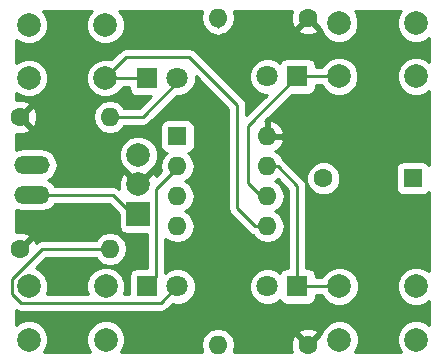
<source format=gbr>
G04 #@! TF.FileFunction,Copper,L2,Bot,Signal*
%FSLAX46Y46*%
G04 Gerber Fmt 4.6, Leading zero omitted, Abs format (unit mm)*
G04 Created by KiCad (PCBNEW 4.0.7) date 02/01/18 03:58:40*
%MOMM*%
%LPD*%
G01*
G04 APERTURE LIST*
%ADD10C,0.100000*%
%ADD11R,1.600000X1.600000*%
%ADD12O,1.600000X1.600000*%
%ADD13O,3.010000X1.510000*%
%ADD14R,1.800000X1.800000*%
%ADD15C,1.800000*%
%ADD16C,1.600000*%
%ADD17C,2.000000*%
%ADD18R,2.000000X2.000000*%
%ADD19C,0.250000*%
%ADD20C,0.254000*%
G04 APERTURE END LIST*
D10*
D11*
X147701000Y-94996000D03*
D12*
X155321000Y-102616000D03*
X147701000Y-97536000D03*
X155321000Y-100076000D03*
X147701000Y-100076000D03*
X155321000Y-97536000D03*
X147701000Y-102616000D03*
X155321000Y-94996000D03*
D13*
X135382000Y-99949000D03*
X135382000Y-97409000D03*
D14*
X145161000Y-90043000D03*
D15*
X147701000Y-90043000D03*
D14*
X157861000Y-89916000D03*
D15*
X155321000Y-89916000D03*
D14*
X157861000Y-107696000D03*
D15*
X155321000Y-107696000D03*
D14*
X145161000Y-107696000D03*
D15*
X147701000Y-107696000D03*
D11*
X167640000Y-98552000D03*
D16*
X160040000Y-98552000D03*
X134366000Y-93345000D03*
D12*
X141986000Y-93345000D03*
D16*
X158750000Y-84963000D03*
D12*
X151130000Y-84963000D03*
D16*
X158750000Y-112649000D03*
D12*
X151130000Y-112649000D03*
D16*
X134366000Y-104521000D03*
D12*
X141986000Y-104521000D03*
D17*
X167894000Y-85416000D03*
X167894000Y-89916000D03*
X161394000Y-85416000D03*
X161394000Y-89916000D03*
X161417000Y-112196000D03*
X161417000Y-107696000D03*
X167917000Y-112196000D03*
X167917000Y-107696000D03*
X135128000Y-112196000D03*
X135128000Y-107696000D03*
X141628000Y-112196000D03*
X141628000Y-107696000D03*
X141605000Y-85543000D03*
X141605000Y-90043000D03*
X135105000Y-85543000D03*
X135105000Y-90043000D03*
D18*
X144399000Y-101600000D03*
D17*
X144399000Y-99060000D03*
X144399000Y-96560000D03*
D19*
X135382000Y-99949000D02*
X142240000Y-99949000D01*
X142240000Y-99949000D02*
X143891000Y-101600000D01*
X155321000Y-102616000D02*
X154305000Y-102616000D01*
X143383000Y-88265000D02*
X141605000Y-90043000D01*
X148717000Y-88265000D02*
X143383000Y-88265000D01*
X152781000Y-92329000D02*
X148717000Y-88265000D01*
X152781000Y-101092000D02*
X152781000Y-92329000D01*
X154305000Y-102616000D02*
X152781000Y-101092000D01*
X141605000Y-90043000D02*
X145161000Y-90043000D01*
X144780000Y-93345000D02*
X141986000Y-93345000D01*
X147701000Y-90424000D02*
X144780000Y-93345000D01*
X147701000Y-90043000D02*
X147701000Y-90424000D01*
X155321000Y-100076000D02*
X154813000Y-100076000D01*
X154813000Y-100076000D02*
X153670000Y-98933000D01*
X153670000Y-98933000D02*
X153670000Y-94107000D01*
X153670000Y-94107000D02*
X157861000Y-89916000D01*
X157861000Y-89916000D02*
X161394000Y-89916000D01*
X151130000Y-84963000D02*
X151130000Y-85725000D01*
X155321000Y-97536000D02*
X156210000Y-97536000D01*
X157861000Y-99187000D02*
X157861000Y-107696000D01*
X156210000Y-97536000D02*
X157861000Y-99187000D01*
X155321000Y-97536000D02*
X155321000Y-98044000D01*
X157861000Y-107696000D02*
X161417000Y-107696000D01*
X147701000Y-97536000D02*
X147701000Y-97663000D01*
X147701000Y-97663000D02*
X145923000Y-99441000D01*
X145923000Y-99441000D02*
X145923000Y-106934000D01*
X145923000Y-106934000D02*
X145161000Y-107696000D01*
X141986000Y-104521000D02*
X136271000Y-104521000D01*
X146304000Y-109093000D02*
X147701000Y-107696000D01*
X134493000Y-109093000D02*
X146304000Y-109093000D01*
X133731000Y-108331000D02*
X134493000Y-109093000D01*
X133731000Y-107061000D02*
X133731000Y-108331000D01*
X136271000Y-104521000D02*
X133731000Y-107061000D01*
D20*
G36*
X140219722Y-84615637D02*
X139970284Y-85216352D01*
X139969716Y-85866795D01*
X140218106Y-86467943D01*
X140677637Y-86928278D01*
X141278352Y-87177716D01*
X141928795Y-87178284D01*
X142529943Y-86929894D01*
X142990278Y-86470363D01*
X143239716Y-85869648D01*
X143240284Y-85219205D01*
X142991894Y-84618057D01*
X142777213Y-84403000D01*
X149783369Y-84403000D01*
X149776120Y-84413849D01*
X149666887Y-84963000D01*
X149776120Y-85512151D01*
X150087189Y-85977698D01*
X150552736Y-86288767D01*
X150665682Y-86311233D01*
X150839161Y-86427148D01*
X151130000Y-86485000D01*
X151420839Y-86427148D01*
X151594318Y-86311233D01*
X151707264Y-86288767D01*
X152172811Y-85977698D01*
X152177456Y-85970745D01*
X157921861Y-85970745D01*
X157995995Y-86216864D01*
X158533223Y-86409965D01*
X159103454Y-86382778D01*
X159504005Y-86216864D01*
X159578139Y-85970745D01*
X158750000Y-85142605D01*
X157921861Y-85970745D01*
X152177456Y-85970745D01*
X152483880Y-85512151D01*
X152593113Y-84963000D01*
X152483880Y-84413849D01*
X152476631Y-84403000D01*
X157426403Y-84403000D01*
X157303035Y-84746223D01*
X157330222Y-85316454D01*
X157496136Y-85717005D01*
X157742255Y-85791139D01*
X158570395Y-84963000D01*
X158556252Y-84948858D01*
X158735858Y-84769253D01*
X158750000Y-84783395D01*
X158764143Y-84769253D01*
X158943748Y-84948858D01*
X158929605Y-84963000D01*
X159757745Y-85791139D01*
X159777475Y-85785196D01*
X160007106Y-86340943D01*
X160466637Y-86801278D01*
X161067352Y-87050716D01*
X161717795Y-87051284D01*
X162318943Y-86802894D01*
X162779278Y-86343363D01*
X163028716Y-85742648D01*
X163029284Y-85092205D01*
X162780894Y-84491057D01*
X162692991Y-84403000D01*
X166594509Y-84403000D01*
X166508722Y-84488637D01*
X166259284Y-85089352D01*
X166258716Y-85739795D01*
X166507106Y-86340943D01*
X166966637Y-86801278D01*
X167567352Y-87050716D01*
X168217795Y-87051284D01*
X168818943Y-86802894D01*
X168962000Y-86660087D01*
X168962000Y-88671605D01*
X168821363Y-88530722D01*
X168220648Y-88281284D01*
X167570205Y-88280716D01*
X166969057Y-88529106D01*
X166508722Y-88988637D01*
X166259284Y-89589352D01*
X166258716Y-90239795D01*
X166507106Y-90840943D01*
X166966637Y-91301278D01*
X167567352Y-91550716D01*
X168217795Y-91551284D01*
X168818943Y-91302894D01*
X168962000Y-91160087D01*
X168962000Y-97390554D01*
X168904090Y-97300559D01*
X168691890Y-97155569D01*
X168440000Y-97104560D01*
X166840000Y-97104560D01*
X166604683Y-97148838D01*
X166388559Y-97287910D01*
X166243569Y-97500110D01*
X166192560Y-97752000D01*
X166192560Y-99352000D01*
X166236838Y-99587317D01*
X166375910Y-99803441D01*
X166588110Y-99948431D01*
X166840000Y-99999440D01*
X168440000Y-99999440D01*
X168675317Y-99955162D01*
X168891441Y-99816090D01*
X168962000Y-99712823D01*
X168962000Y-106428565D01*
X168844363Y-106310722D01*
X168243648Y-106061284D01*
X167593205Y-106060716D01*
X166992057Y-106309106D01*
X166531722Y-106768637D01*
X166282284Y-107369352D01*
X166281716Y-108019795D01*
X166530106Y-108620943D01*
X166989637Y-109081278D01*
X167590352Y-109330716D01*
X168240795Y-109331284D01*
X168841943Y-109082894D01*
X168962000Y-108963047D01*
X168962000Y-110928565D01*
X168844363Y-110810722D01*
X168243648Y-110561284D01*
X167593205Y-110560716D01*
X166992057Y-110809106D01*
X166531722Y-111268637D01*
X166282284Y-111869352D01*
X166281716Y-112519795D01*
X166530106Y-113120943D01*
X166618009Y-113209000D01*
X162716491Y-113209000D01*
X162802278Y-113123363D01*
X163051716Y-112522648D01*
X163052284Y-111872205D01*
X162803894Y-111271057D01*
X162344363Y-110810722D01*
X161743648Y-110561284D01*
X161093205Y-110560716D01*
X160492057Y-110809106D01*
X160031722Y-111268637D01*
X159797453Y-111832821D01*
X159757745Y-111820861D01*
X158929605Y-112649000D01*
X158943748Y-112663142D01*
X158764143Y-112842748D01*
X158750000Y-112828605D01*
X158735858Y-112842748D01*
X158556252Y-112663142D01*
X158570395Y-112649000D01*
X157742255Y-111820861D01*
X157496136Y-111894995D01*
X157303035Y-112432223D01*
X157330222Y-113002454D01*
X157415776Y-113209000D01*
X152476631Y-113209000D01*
X152483880Y-113198151D01*
X152593113Y-112649000D01*
X152483880Y-112099849D01*
X152177457Y-111641255D01*
X157921861Y-111641255D01*
X158750000Y-112469395D01*
X159578139Y-111641255D01*
X159504005Y-111395136D01*
X158966777Y-111202035D01*
X158396546Y-111229222D01*
X157995995Y-111395136D01*
X157921861Y-111641255D01*
X152177457Y-111641255D01*
X152172811Y-111634302D01*
X151707264Y-111323233D01*
X151158113Y-111214000D01*
X151101887Y-111214000D01*
X150552736Y-111323233D01*
X150087189Y-111634302D01*
X149776120Y-112099849D01*
X149666887Y-112649000D01*
X149776120Y-113198151D01*
X149783369Y-113209000D01*
X142927491Y-113209000D01*
X143013278Y-113123363D01*
X143262716Y-112522648D01*
X143263284Y-111872205D01*
X143014894Y-111271057D01*
X142555363Y-110810722D01*
X141954648Y-110561284D01*
X141304205Y-110560716D01*
X140703057Y-110809106D01*
X140242722Y-111268637D01*
X139993284Y-111869352D01*
X139992716Y-112519795D01*
X140241106Y-113120943D01*
X140329009Y-113209000D01*
X136427491Y-113209000D01*
X136513278Y-113123363D01*
X136762716Y-112522648D01*
X136763284Y-111872205D01*
X136514894Y-111271057D01*
X136055363Y-110810722D01*
X135454648Y-110561284D01*
X134804205Y-110560716D01*
X134203057Y-110809106D01*
X134060000Y-110951913D01*
X134060000Y-109700159D01*
X134202161Y-109795148D01*
X134493000Y-109853000D01*
X146304000Y-109853000D01*
X146594839Y-109795148D01*
X146841401Y-109630401D01*
X147286036Y-109185766D01*
X147394330Y-109230733D01*
X148004991Y-109231265D01*
X148569371Y-108998068D01*
X149001551Y-108566643D01*
X149235733Y-108002670D01*
X149236265Y-107392009D01*
X149003068Y-106827629D01*
X148571643Y-106395449D01*
X148007670Y-106161267D01*
X147397009Y-106160735D01*
X146832629Y-106393932D01*
X146683000Y-106543300D01*
X146683000Y-103647276D01*
X147123736Y-103941767D01*
X147672887Y-104051000D01*
X147729113Y-104051000D01*
X148278264Y-103941767D01*
X148743811Y-103630698D01*
X149054880Y-103165151D01*
X149164113Y-102616000D01*
X149054880Y-102066849D01*
X148743811Y-101601302D01*
X148361725Y-101346000D01*
X148743811Y-101090698D01*
X149054880Y-100625151D01*
X149164113Y-100076000D01*
X149054880Y-99526849D01*
X148743811Y-99061302D01*
X148361725Y-98806000D01*
X148743811Y-98550698D01*
X149054880Y-98085151D01*
X149164113Y-97536000D01*
X149054880Y-96986849D01*
X148743811Y-96521302D01*
X148599535Y-96424899D01*
X148736317Y-96399162D01*
X148952441Y-96260090D01*
X149097431Y-96047890D01*
X149148440Y-95796000D01*
X149148440Y-94196000D01*
X149104162Y-93960683D01*
X148965090Y-93744559D01*
X148752890Y-93599569D01*
X148501000Y-93548560D01*
X146901000Y-93548560D01*
X146665683Y-93592838D01*
X146449559Y-93731910D01*
X146304569Y-93944110D01*
X146253560Y-94196000D01*
X146253560Y-95796000D01*
X146297838Y-96031317D01*
X146436910Y-96247441D01*
X146649110Y-96392431D01*
X146804089Y-96423815D01*
X146658189Y-96521302D01*
X146347120Y-96986849D01*
X146237887Y-97536000D01*
X146323383Y-97965815D01*
X145901883Y-98387315D01*
X145818387Y-98185736D01*
X145551532Y-98087073D01*
X144578605Y-99060000D01*
X144592748Y-99074143D01*
X144413143Y-99253748D01*
X144399000Y-99239605D01*
X144384858Y-99253748D01*
X144205253Y-99074143D01*
X144219395Y-99060000D01*
X143246468Y-98087073D01*
X142979613Y-98185736D01*
X142753092Y-98795461D01*
X142775853Y-99410565D01*
X142530839Y-99246852D01*
X142240000Y-99189000D01*
X137305726Y-99189000D01*
X137156803Y-98966122D01*
X136727096Y-98679000D01*
X137156803Y-98391878D01*
X137458118Y-97940930D01*
X137563925Y-97409000D01*
X137459456Y-96883795D01*
X142763716Y-96883795D01*
X143012106Y-97484943D01*
X143428187Y-97901752D01*
X143426073Y-97907468D01*
X144399000Y-98880395D01*
X145371927Y-97907468D01*
X145369639Y-97901278D01*
X145784278Y-97487363D01*
X146033716Y-96886648D01*
X146034284Y-96236205D01*
X145785894Y-95635057D01*
X145326363Y-95174722D01*
X144725648Y-94925284D01*
X144075205Y-94924716D01*
X143474057Y-95173106D01*
X143013722Y-95632637D01*
X142764284Y-96233352D01*
X142763716Y-96883795D01*
X137459456Y-96883795D01*
X137458118Y-96877070D01*
X137156803Y-96426122D01*
X136705855Y-96124807D01*
X136173925Y-96019000D01*
X134590075Y-96019000D01*
X134060000Y-96124438D01*
X134060000Y-94759895D01*
X134149223Y-94791965D01*
X134719454Y-94764778D01*
X135120005Y-94598864D01*
X135194139Y-94352745D01*
X134366000Y-93524605D01*
X134351858Y-93538748D01*
X134172253Y-93359143D01*
X134186395Y-93345000D01*
X134545605Y-93345000D01*
X135373745Y-94173139D01*
X135619864Y-94099005D01*
X135812965Y-93561777D01*
X135785778Y-92991546D01*
X135619864Y-92590995D01*
X135373745Y-92516861D01*
X134545605Y-93345000D01*
X134186395Y-93345000D01*
X134172253Y-93330858D01*
X134351858Y-93151253D01*
X134366000Y-93165395D01*
X135194139Y-92337255D01*
X135120005Y-92091136D01*
X134582777Y-91898035D01*
X134060000Y-91922960D01*
X134060000Y-91310435D01*
X134177637Y-91428278D01*
X134778352Y-91677716D01*
X135428795Y-91678284D01*
X136029943Y-91429894D01*
X136490278Y-90970363D01*
X136739716Y-90369648D01*
X136739718Y-90366795D01*
X139969716Y-90366795D01*
X140218106Y-90967943D01*
X140677637Y-91428278D01*
X141278352Y-91677716D01*
X141928795Y-91678284D01*
X142529943Y-91429894D01*
X142990278Y-90970363D01*
X143059773Y-90803000D01*
X143613560Y-90803000D01*
X143613560Y-90943000D01*
X143657838Y-91178317D01*
X143796910Y-91394441D01*
X144009110Y-91539431D01*
X144261000Y-91590440D01*
X145459758Y-91590440D01*
X144465198Y-92585000D01*
X143198995Y-92585000D01*
X143028811Y-92330302D01*
X142563264Y-92019233D01*
X142014113Y-91910000D01*
X141957887Y-91910000D01*
X141408736Y-92019233D01*
X140943189Y-92330302D01*
X140632120Y-92795849D01*
X140522887Y-93345000D01*
X140632120Y-93894151D01*
X140943189Y-94359698D01*
X141408736Y-94670767D01*
X141957887Y-94780000D01*
X142014113Y-94780000D01*
X142563264Y-94670767D01*
X143028811Y-94359698D01*
X143198995Y-94105000D01*
X144780000Y-94105000D01*
X145070839Y-94047148D01*
X145317401Y-93882401D01*
X147621871Y-91577931D01*
X148004991Y-91578265D01*
X148569371Y-91345068D01*
X149001551Y-90913643D01*
X149235733Y-90349670D01*
X149236160Y-89858962D01*
X152021000Y-92643802D01*
X152021000Y-101092000D01*
X152078852Y-101382839D01*
X152243599Y-101629401D01*
X153767599Y-103153401D01*
X154014160Y-103318148D01*
X154062414Y-103327746D01*
X154077809Y-103330808D01*
X154278189Y-103630698D01*
X154743736Y-103941767D01*
X155292887Y-104051000D01*
X155349113Y-104051000D01*
X155898264Y-103941767D01*
X156363811Y-103630698D01*
X156674880Y-103165151D01*
X156784113Y-102616000D01*
X156674880Y-102066849D01*
X156363811Y-101601302D01*
X155981725Y-101346000D01*
X156363811Y-101090698D01*
X156674880Y-100625151D01*
X156784113Y-100076000D01*
X156674880Y-99526849D01*
X156363811Y-99061302D01*
X155981725Y-98806000D01*
X156235578Y-98636380D01*
X157101000Y-99501802D01*
X157101000Y-106148560D01*
X156961000Y-106148560D01*
X156725683Y-106192838D01*
X156509559Y-106331910D01*
X156364569Y-106544110D01*
X156360433Y-106564534D01*
X156191643Y-106395449D01*
X155627670Y-106161267D01*
X155017009Y-106160735D01*
X154452629Y-106393932D01*
X154020449Y-106825357D01*
X153786267Y-107389330D01*
X153785735Y-107999991D01*
X154018932Y-108564371D01*
X154450357Y-108996551D01*
X155014330Y-109230733D01*
X155624991Y-109231265D01*
X156189371Y-108998068D01*
X156357613Y-108830120D01*
X156357838Y-108831317D01*
X156496910Y-109047441D01*
X156709110Y-109192431D01*
X156961000Y-109243440D01*
X158761000Y-109243440D01*
X158996317Y-109199162D01*
X159212441Y-109060090D01*
X159357431Y-108847890D01*
X159408440Y-108596000D01*
X159408440Y-108456000D01*
X159961953Y-108456000D01*
X160030106Y-108620943D01*
X160489637Y-109081278D01*
X161090352Y-109330716D01*
X161740795Y-109331284D01*
X162341943Y-109082894D01*
X162802278Y-108623363D01*
X163051716Y-108022648D01*
X163052284Y-107372205D01*
X162803894Y-106771057D01*
X162344363Y-106310722D01*
X161743648Y-106061284D01*
X161093205Y-106060716D01*
X160492057Y-106309106D01*
X160031722Y-106768637D01*
X159962227Y-106936000D01*
X159408440Y-106936000D01*
X159408440Y-106796000D01*
X159364162Y-106560683D01*
X159225090Y-106344559D01*
X159012890Y-106199569D01*
X158761000Y-106148560D01*
X158621000Y-106148560D01*
X158621000Y-99187000D01*
X158563148Y-98896161D01*
X158523075Y-98836187D01*
X158604752Y-98836187D01*
X158822757Y-99363800D01*
X159226077Y-99767824D01*
X159753309Y-99986750D01*
X160324187Y-99987248D01*
X160851800Y-99769243D01*
X161255824Y-99365923D01*
X161474750Y-98838691D01*
X161475248Y-98267813D01*
X161257243Y-97740200D01*
X160853923Y-97336176D01*
X160326691Y-97117250D01*
X159755813Y-97116752D01*
X159228200Y-97334757D01*
X158824176Y-97738077D01*
X158605250Y-98265309D01*
X158604752Y-98836187D01*
X158523075Y-98836187D01*
X158398401Y-98649599D01*
X156747401Y-96998599D01*
X156630571Y-96920536D01*
X156363811Y-96521302D01*
X155959297Y-96251014D01*
X156176134Y-96148389D01*
X156552041Y-95733423D01*
X156712904Y-95345039D01*
X156590915Y-95123000D01*
X155448000Y-95123000D01*
X155448000Y-95143000D01*
X155194000Y-95143000D01*
X155194000Y-95123000D01*
X155174000Y-95123000D01*
X155174000Y-94869000D01*
X155194000Y-94869000D01*
X155194000Y-93725371D01*
X155448000Y-93725371D01*
X155448000Y-94869000D01*
X156590915Y-94869000D01*
X156712904Y-94646961D01*
X156552041Y-94258577D01*
X156176134Y-93843611D01*
X155670041Y-93604086D01*
X155448000Y-93725371D01*
X155194000Y-93725371D01*
X155150301Y-93701501D01*
X157388362Y-91463440D01*
X158761000Y-91463440D01*
X158996317Y-91419162D01*
X159212441Y-91280090D01*
X159357431Y-91067890D01*
X159408440Y-90816000D01*
X159408440Y-90676000D01*
X159938953Y-90676000D01*
X160007106Y-90840943D01*
X160466637Y-91301278D01*
X161067352Y-91550716D01*
X161717795Y-91551284D01*
X162318943Y-91302894D01*
X162779278Y-90843363D01*
X163028716Y-90242648D01*
X163029284Y-89592205D01*
X162780894Y-88991057D01*
X162321363Y-88530722D01*
X161720648Y-88281284D01*
X161070205Y-88280716D01*
X160469057Y-88529106D01*
X160008722Y-88988637D01*
X159939227Y-89156000D01*
X159408440Y-89156000D01*
X159408440Y-89016000D01*
X159364162Y-88780683D01*
X159225090Y-88564559D01*
X159012890Y-88419569D01*
X158761000Y-88368560D01*
X156961000Y-88368560D01*
X156725683Y-88412838D01*
X156509559Y-88551910D01*
X156364569Y-88764110D01*
X156360433Y-88784534D01*
X156191643Y-88615449D01*
X155627670Y-88381267D01*
X155017009Y-88380735D01*
X154452629Y-88613932D01*
X154020449Y-89045357D01*
X153786267Y-89609330D01*
X153785735Y-90219991D01*
X154018932Y-90784371D01*
X154450357Y-91216551D01*
X155014330Y-91450733D01*
X155251259Y-91450939D01*
X153541000Y-93161198D01*
X153541000Y-92329000D01*
X153483148Y-92038161D01*
X153318401Y-91791599D01*
X149254401Y-87727599D01*
X149007839Y-87562852D01*
X148717000Y-87505000D01*
X143383000Y-87505000D01*
X143092161Y-87562852D01*
X142845599Y-87727599D01*
X142096473Y-88476725D01*
X141931648Y-88408284D01*
X141281205Y-88407716D01*
X140680057Y-88656106D01*
X140219722Y-89115637D01*
X139970284Y-89716352D01*
X139969716Y-90366795D01*
X136739718Y-90366795D01*
X136740284Y-89719205D01*
X136491894Y-89118057D01*
X136032363Y-88657722D01*
X135431648Y-88408284D01*
X134781205Y-88407716D01*
X134180057Y-88656106D01*
X134060000Y-88775953D01*
X134060000Y-86810435D01*
X134177637Y-86928278D01*
X134778352Y-87177716D01*
X135428795Y-87178284D01*
X136029943Y-86929894D01*
X136490278Y-86470363D01*
X136739716Y-85869648D01*
X136740284Y-85219205D01*
X136491894Y-84618057D01*
X136277213Y-84403000D01*
X140432731Y-84403000D01*
X140219722Y-84615637D01*
X140219722Y-84615637D01*
G37*
X140219722Y-84615637D02*
X139970284Y-85216352D01*
X139969716Y-85866795D01*
X140218106Y-86467943D01*
X140677637Y-86928278D01*
X141278352Y-87177716D01*
X141928795Y-87178284D01*
X142529943Y-86929894D01*
X142990278Y-86470363D01*
X143239716Y-85869648D01*
X143240284Y-85219205D01*
X142991894Y-84618057D01*
X142777213Y-84403000D01*
X149783369Y-84403000D01*
X149776120Y-84413849D01*
X149666887Y-84963000D01*
X149776120Y-85512151D01*
X150087189Y-85977698D01*
X150552736Y-86288767D01*
X150665682Y-86311233D01*
X150839161Y-86427148D01*
X151130000Y-86485000D01*
X151420839Y-86427148D01*
X151594318Y-86311233D01*
X151707264Y-86288767D01*
X152172811Y-85977698D01*
X152177456Y-85970745D01*
X157921861Y-85970745D01*
X157995995Y-86216864D01*
X158533223Y-86409965D01*
X159103454Y-86382778D01*
X159504005Y-86216864D01*
X159578139Y-85970745D01*
X158750000Y-85142605D01*
X157921861Y-85970745D01*
X152177456Y-85970745D01*
X152483880Y-85512151D01*
X152593113Y-84963000D01*
X152483880Y-84413849D01*
X152476631Y-84403000D01*
X157426403Y-84403000D01*
X157303035Y-84746223D01*
X157330222Y-85316454D01*
X157496136Y-85717005D01*
X157742255Y-85791139D01*
X158570395Y-84963000D01*
X158556252Y-84948858D01*
X158735858Y-84769253D01*
X158750000Y-84783395D01*
X158764143Y-84769253D01*
X158943748Y-84948858D01*
X158929605Y-84963000D01*
X159757745Y-85791139D01*
X159777475Y-85785196D01*
X160007106Y-86340943D01*
X160466637Y-86801278D01*
X161067352Y-87050716D01*
X161717795Y-87051284D01*
X162318943Y-86802894D01*
X162779278Y-86343363D01*
X163028716Y-85742648D01*
X163029284Y-85092205D01*
X162780894Y-84491057D01*
X162692991Y-84403000D01*
X166594509Y-84403000D01*
X166508722Y-84488637D01*
X166259284Y-85089352D01*
X166258716Y-85739795D01*
X166507106Y-86340943D01*
X166966637Y-86801278D01*
X167567352Y-87050716D01*
X168217795Y-87051284D01*
X168818943Y-86802894D01*
X168962000Y-86660087D01*
X168962000Y-88671605D01*
X168821363Y-88530722D01*
X168220648Y-88281284D01*
X167570205Y-88280716D01*
X166969057Y-88529106D01*
X166508722Y-88988637D01*
X166259284Y-89589352D01*
X166258716Y-90239795D01*
X166507106Y-90840943D01*
X166966637Y-91301278D01*
X167567352Y-91550716D01*
X168217795Y-91551284D01*
X168818943Y-91302894D01*
X168962000Y-91160087D01*
X168962000Y-97390554D01*
X168904090Y-97300559D01*
X168691890Y-97155569D01*
X168440000Y-97104560D01*
X166840000Y-97104560D01*
X166604683Y-97148838D01*
X166388559Y-97287910D01*
X166243569Y-97500110D01*
X166192560Y-97752000D01*
X166192560Y-99352000D01*
X166236838Y-99587317D01*
X166375910Y-99803441D01*
X166588110Y-99948431D01*
X166840000Y-99999440D01*
X168440000Y-99999440D01*
X168675317Y-99955162D01*
X168891441Y-99816090D01*
X168962000Y-99712823D01*
X168962000Y-106428565D01*
X168844363Y-106310722D01*
X168243648Y-106061284D01*
X167593205Y-106060716D01*
X166992057Y-106309106D01*
X166531722Y-106768637D01*
X166282284Y-107369352D01*
X166281716Y-108019795D01*
X166530106Y-108620943D01*
X166989637Y-109081278D01*
X167590352Y-109330716D01*
X168240795Y-109331284D01*
X168841943Y-109082894D01*
X168962000Y-108963047D01*
X168962000Y-110928565D01*
X168844363Y-110810722D01*
X168243648Y-110561284D01*
X167593205Y-110560716D01*
X166992057Y-110809106D01*
X166531722Y-111268637D01*
X166282284Y-111869352D01*
X166281716Y-112519795D01*
X166530106Y-113120943D01*
X166618009Y-113209000D01*
X162716491Y-113209000D01*
X162802278Y-113123363D01*
X163051716Y-112522648D01*
X163052284Y-111872205D01*
X162803894Y-111271057D01*
X162344363Y-110810722D01*
X161743648Y-110561284D01*
X161093205Y-110560716D01*
X160492057Y-110809106D01*
X160031722Y-111268637D01*
X159797453Y-111832821D01*
X159757745Y-111820861D01*
X158929605Y-112649000D01*
X158943748Y-112663142D01*
X158764143Y-112842748D01*
X158750000Y-112828605D01*
X158735858Y-112842748D01*
X158556252Y-112663142D01*
X158570395Y-112649000D01*
X157742255Y-111820861D01*
X157496136Y-111894995D01*
X157303035Y-112432223D01*
X157330222Y-113002454D01*
X157415776Y-113209000D01*
X152476631Y-113209000D01*
X152483880Y-113198151D01*
X152593113Y-112649000D01*
X152483880Y-112099849D01*
X152177457Y-111641255D01*
X157921861Y-111641255D01*
X158750000Y-112469395D01*
X159578139Y-111641255D01*
X159504005Y-111395136D01*
X158966777Y-111202035D01*
X158396546Y-111229222D01*
X157995995Y-111395136D01*
X157921861Y-111641255D01*
X152177457Y-111641255D01*
X152172811Y-111634302D01*
X151707264Y-111323233D01*
X151158113Y-111214000D01*
X151101887Y-111214000D01*
X150552736Y-111323233D01*
X150087189Y-111634302D01*
X149776120Y-112099849D01*
X149666887Y-112649000D01*
X149776120Y-113198151D01*
X149783369Y-113209000D01*
X142927491Y-113209000D01*
X143013278Y-113123363D01*
X143262716Y-112522648D01*
X143263284Y-111872205D01*
X143014894Y-111271057D01*
X142555363Y-110810722D01*
X141954648Y-110561284D01*
X141304205Y-110560716D01*
X140703057Y-110809106D01*
X140242722Y-111268637D01*
X139993284Y-111869352D01*
X139992716Y-112519795D01*
X140241106Y-113120943D01*
X140329009Y-113209000D01*
X136427491Y-113209000D01*
X136513278Y-113123363D01*
X136762716Y-112522648D01*
X136763284Y-111872205D01*
X136514894Y-111271057D01*
X136055363Y-110810722D01*
X135454648Y-110561284D01*
X134804205Y-110560716D01*
X134203057Y-110809106D01*
X134060000Y-110951913D01*
X134060000Y-109700159D01*
X134202161Y-109795148D01*
X134493000Y-109853000D01*
X146304000Y-109853000D01*
X146594839Y-109795148D01*
X146841401Y-109630401D01*
X147286036Y-109185766D01*
X147394330Y-109230733D01*
X148004991Y-109231265D01*
X148569371Y-108998068D01*
X149001551Y-108566643D01*
X149235733Y-108002670D01*
X149236265Y-107392009D01*
X149003068Y-106827629D01*
X148571643Y-106395449D01*
X148007670Y-106161267D01*
X147397009Y-106160735D01*
X146832629Y-106393932D01*
X146683000Y-106543300D01*
X146683000Y-103647276D01*
X147123736Y-103941767D01*
X147672887Y-104051000D01*
X147729113Y-104051000D01*
X148278264Y-103941767D01*
X148743811Y-103630698D01*
X149054880Y-103165151D01*
X149164113Y-102616000D01*
X149054880Y-102066849D01*
X148743811Y-101601302D01*
X148361725Y-101346000D01*
X148743811Y-101090698D01*
X149054880Y-100625151D01*
X149164113Y-100076000D01*
X149054880Y-99526849D01*
X148743811Y-99061302D01*
X148361725Y-98806000D01*
X148743811Y-98550698D01*
X149054880Y-98085151D01*
X149164113Y-97536000D01*
X149054880Y-96986849D01*
X148743811Y-96521302D01*
X148599535Y-96424899D01*
X148736317Y-96399162D01*
X148952441Y-96260090D01*
X149097431Y-96047890D01*
X149148440Y-95796000D01*
X149148440Y-94196000D01*
X149104162Y-93960683D01*
X148965090Y-93744559D01*
X148752890Y-93599569D01*
X148501000Y-93548560D01*
X146901000Y-93548560D01*
X146665683Y-93592838D01*
X146449559Y-93731910D01*
X146304569Y-93944110D01*
X146253560Y-94196000D01*
X146253560Y-95796000D01*
X146297838Y-96031317D01*
X146436910Y-96247441D01*
X146649110Y-96392431D01*
X146804089Y-96423815D01*
X146658189Y-96521302D01*
X146347120Y-96986849D01*
X146237887Y-97536000D01*
X146323383Y-97965815D01*
X145901883Y-98387315D01*
X145818387Y-98185736D01*
X145551532Y-98087073D01*
X144578605Y-99060000D01*
X144592748Y-99074143D01*
X144413143Y-99253748D01*
X144399000Y-99239605D01*
X144384858Y-99253748D01*
X144205253Y-99074143D01*
X144219395Y-99060000D01*
X143246468Y-98087073D01*
X142979613Y-98185736D01*
X142753092Y-98795461D01*
X142775853Y-99410565D01*
X142530839Y-99246852D01*
X142240000Y-99189000D01*
X137305726Y-99189000D01*
X137156803Y-98966122D01*
X136727096Y-98679000D01*
X137156803Y-98391878D01*
X137458118Y-97940930D01*
X137563925Y-97409000D01*
X137459456Y-96883795D01*
X142763716Y-96883795D01*
X143012106Y-97484943D01*
X143428187Y-97901752D01*
X143426073Y-97907468D01*
X144399000Y-98880395D01*
X145371927Y-97907468D01*
X145369639Y-97901278D01*
X145784278Y-97487363D01*
X146033716Y-96886648D01*
X146034284Y-96236205D01*
X145785894Y-95635057D01*
X145326363Y-95174722D01*
X144725648Y-94925284D01*
X144075205Y-94924716D01*
X143474057Y-95173106D01*
X143013722Y-95632637D01*
X142764284Y-96233352D01*
X142763716Y-96883795D01*
X137459456Y-96883795D01*
X137458118Y-96877070D01*
X137156803Y-96426122D01*
X136705855Y-96124807D01*
X136173925Y-96019000D01*
X134590075Y-96019000D01*
X134060000Y-96124438D01*
X134060000Y-94759895D01*
X134149223Y-94791965D01*
X134719454Y-94764778D01*
X135120005Y-94598864D01*
X135194139Y-94352745D01*
X134366000Y-93524605D01*
X134351858Y-93538748D01*
X134172253Y-93359143D01*
X134186395Y-93345000D01*
X134545605Y-93345000D01*
X135373745Y-94173139D01*
X135619864Y-94099005D01*
X135812965Y-93561777D01*
X135785778Y-92991546D01*
X135619864Y-92590995D01*
X135373745Y-92516861D01*
X134545605Y-93345000D01*
X134186395Y-93345000D01*
X134172253Y-93330858D01*
X134351858Y-93151253D01*
X134366000Y-93165395D01*
X135194139Y-92337255D01*
X135120005Y-92091136D01*
X134582777Y-91898035D01*
X134060000Y-91922960D01*
X134060000Y-91310435D01*
X134177637Y-91428278D01*
X134778352Y-91677716D01*
X135428795Y-91678284D01*
X136029943Y-91429894D01*
X136490278Y-90970363D01*
X136739716Y-90369648D01*
X136739718Y-90366795D01*
X139969716Y-90366795D01*
X140218106Y-90967943D01*
X140677637Y-91428278D01*
X141278352Y-91677716D01*
X141928795Y-91678284D01*
X142529943Y-91429894D01*
X142990278Y-90970363D01*
X143059773Y-90803000D01*
X143613560Y-90803000D01*
X143613560Y-90943000D01*
X143657838Y-91178317D01*
X143796910Y-91394441D01*
X144009110Y-91539431D01*
X144261000Y-91590440D01*
X145459758Y-91590440D01*
X144465198Y-92585000D01*
X143198995Y-92585000D01*
X143028811Y-92330302D01*
X142563264Y-92019233D01*
X142014113Y-91910000D01*
X141957887Y-91910000D01*
X141408736Y-92019233D01*
X140943189Y-92330302D01*
X140632120Y-92795849D01*
X140522887Y-93345000D01*
X140632120Y-93894151D01*
X140943189Y-94359698D01*
X141408736Y-94670767D01*
X141957887Y-94780000D01*
X142014113Y-94780000D01*
X142563264Y-94670767D01*
X143028811Y-94359698D01*
X143198995Y-94105000D01*
X144780000Y-94105000D01*
X145070839Y-94047148D01*
X145317401Y-93882401D01*
X147621871Y-91577931D01*
X148004991Y-91578265D01*
X148569371Y-91345068D01*
X149001551Y-90913643D01*
X149235733Y-90349670D01*
X149236160Y-89858962D01*
X152021000Y-92643802D01*
X152021000Y-101092000D01*
X152078852Y-101382839D01*
X152243599Y-101629401D01*
X153767599Y-103153401D01*
X154014160Y-103318148D01*
X154062414Y-103327746D01*
X154077809Y-103330808D01*
X154278189Y-103630698D01*
X154743736Y-103941767D01*
X155292887Y-104051000D01*
X155349113Y-104051000D01*
X155898264Y-103941767D01*
X156363811Y-103630698D01*
X156674880Y-103165151D01*
X156784113Y-102616000D01*
X156674880Y-102066849D01*
X156363811Y-101601302D01*
X155981725Y-101346000D01*
X156363811Y-101090698D01*
X156674880Y-100625151D01*
X156784113Y-100076000D01*
X156674880Y-99526849D01*
X156363811Y-99061302D01*
X155981725Y-98806000D01*
X156235578Y-98636380D01*
X157101000Y-99501802D01*
X157101000Y-106148560D01*
X156961000Y-106148560D01*
X156725683Y-106192838D01*
X156509559Y-106331910D01*
X156364569Y-106544110D01*
X156360433Y-106564534D01*
X156191643Y-106395449D01*
X155627670Y-106161267D01*
X155017009Y-106160735D01*
X154452629Y-106393932D01*
X154020449Y-106825357D01*
X153786267Y-107389330D01*
X153785735Y-107999991D01*
X154018932Y-108564371D01*
X154450357Y-108996551D01*
X155014330Y-109230733D01*
X155624991Y-109231265D01*
X156189371Y-108998068D01*
X156357613Y-108830120D01*
X156357838Y-108831317D01*
X156496910Y-109047441D01*
X156709110Y-109192431D01*
X156961000Y-109243440D01*
X158761000Y-109243440D01*
X158996317Y-109199162D01*
X159212441Y-109060090D01*
X159357431Y-108847890D01*
X159408440Y-108596000D01*
X159408440Y-108456000D01*
X159961953Y-108456000D01*
X160030106Y-108620943D01*
X160489637Y-109081278D01*
X161090352Y-109330716D01*
X161740795Y-109331284D01*
X162341943Y-109082894D01*
X162802278Y-108623363D01*
X163051716Y-108022648D01*
X163052284Y-107372205D01*
X162803894Y-106771057D01*
X162344363Y-106310722D01*
X161743648Y-106061284D01*
X161093205Y-106060716D01*
X160492057Y-106309106D01*
X160031722Y-106768637D01*
X159962227Y-106936000D01*
X159408440Y-106936000D01*
X159408440Y-106796000D01*
X159364162Y-106560683D01*
X159225090Y-106344559D01*
X159012890Y-106199569D01*
X158761000Y-106148560D01*
X158621000Y-106148560D01*
X158621000Y-99187000D01*
X158563148Y-98896161D01*
X158523075Y-98836187D01*
X158604752Y-98836187D01*
X158822757Y-99363800D01*
X159226077Y-99767824D01*
X159753309Y-99986750D01*
X160324187Y-99987248D01*
X160851800Y-99769243D01*
X161255824Y-99365923D01*
X161474750Y-98838691D01*
X161475248Y-98267813D01*
X161257243Y-97740200D01*
X160853923Y-97336176D01*
X160326691Y-97117250D01*
X159755813Y-97116752D01*
X159228200Y-97334757D01*
X158824176Y-97738077D01*
X158605250Y-98265309D01*
X158604752Y-98836187D01*
X158523075Y-98836187D01*
X158398401Y-98649599D01*
X156747401Y-96998599D01*
X156630571Y-96920536D01*
X156363811Y-96521302D01*
X155959297Y-96251014D01*
X156176134Y-96148389D01*
X156552041Y-95733423D01*
X156712904Y-95345039D01*
X156590915Y-95123000D01*
X155448000Y-95123000D01*
X155448000Y-95143000D01*
X155194000Y-95143000D01*
X155194000Y-95123000D01*
X155174000Y-95123000D01*
X155174000Y-94869000D01*
X155194000Y-94869000D01*
X155194000Y-93725371D01*
X155448000Y-93725371D01*
X155448000Y-94869000D01*
X156590915Y-94869000D01*
X156712904Y-94646961D01*
X156552041Y-94258577D01*
X156176134Y-93843611D01*
X155670041Y-93604086D01*
X155448000Y-93725371D01*
X155194000Y-93725371D01*
X155150301Y-93701501D01*
X157388362Y-91463440D01*
X158761000Y-91463440D01*
X158996317Y-91419162D01*
X159212441Y-91280090D01*
X159357431Y-91067890D01*
X159408440Y-90816000D01*
X159408440Y-90676000D01*
X159938953Y-90676000D01*
X160007106Y-90840943D01*
X160466637Y-91301278D01*
X161067352Y-91550716D01*
X161717795Y-91551284D01*
X162318943Y-91302894D01*
X162779278Y-90843363D01*
X163028716Y-90242648D01*
X163029284Y-89592205D01*
X162780894Y-88991057D01*
X162321363Y-88530722D01*
X161720648Y-88281284D01*
X161070205Y-88280716D01*
X160469057Y-88529106D01*
X160008722Y-88988637D01*
X159939227Y-89156000D01*
X159408440Y-89156000D01*
X159408440Y-89016000D01*
X159364162Y-88780683D01*
X159225090Y-88564559D01*
X159012890Y-88419569D01*
X158761000Y-88368560D01*
X156961000Y-88368560D01*
X156725683Y-88412838D01*
X156509559Y-88551910D01*
X156364569Y-88764110D01*
X156360433Y-88784534D01*
X156191643Y-88615449D01*
X155627670Y-88381267D01*
X155017009Y-88380735D01*
X154452629Y-88613932D01*
X154020449Y-89045357D01*
X153786267Y-89609330D01*
X153785735Y-90219991D01*
X154018932Y-90784371D01*
X154450357Y-91216551D01*
X155014330Y-91450733D01*
X155251259Y-91450939D01*
X153541000Y-93161198D01*
X153541000Y-92329000D01*
X153483148Y-92038161D01*
X153318401Y-91791599D01*
X149254401Y-87727599D01*
X149007839Y-87562852D01*
X148717000Y-87505000D01*
X143383000Y-87505000D01*
X143092161Y-87562852D01*
X142845599Y-87727599D01*
X142096473Y-88476725D01*
X141931648Y-88408284D01*
X141281205Y-88407716D01*
X140680057Y-88656106D01*
X140219722Y-89115637D01*
X139970284Y-89716352D01*
X139969716Y-90366795D01*
X136739718Y-90366795D01*
X136740284Y-89719205D01*
X136491894Y-89118057D01*
X136032363Y-88657722D01*
X135431648Y-88408284D01*
X134781205Y-88407716D01*
X134180057Y-88656106D01*
X134060000Y-88775953D01*
X134060000Y-86810435D01*
X134177637Y-86928278D01*
X134778352Y-87177716D01*
X135428795Y-87178284D01*
X136029943Y-86929894D01*
X136490278Y-86470363D01*
X136739716Y-85869648D01*
X136740284Y-85219205D01*
X136491894Y-84618057D01*
X136277213Y-84403000D01*
X140432731Y-84403000D01*
X140219722Y-84615637D01*
G36*
X142751560Y-101535362D02*
X142751560Y-102600000D01*
X142795838Y-102835317D01*
X142934910Y-103051441D01*
X143147110Y-103196431D01*
X143399000Y-103247440D01*
X145163000Y-103247440D01*
X145163000Y-106148560D01*
X144261000Y-106148560D01*
X144025683Y-106192838D01*
X143809559Y-106331910D01*
X143664569Y-106544110D01*
X143613560Y-106796000D01*
X143613560Y-108333000D01*
X143133847Y-108333000D01*
X143262716Y-108022648D01*
X143263284Y-107372205D01*
X143014894Y-106771057D01*
X142555363Y-106310722D01*
X141954648Y-106061284D01*
X141304205Y-106060716D01*
X140703057Y-106309106D01*
X140242722Y-106768637D01*
X139993284Y-107369352D01*
X139992716Y-108019795D01*
X140122130Y-108333000D01*
X136633847Y-108333000D01*
X136762716Y-108022648D01*
X136763284Y-107372205D01*
X136514894Y-106771057D01*
X136055363Y-106310722D01*
X135702571Y-106164231D01*
X136585802Y-105281000D01*
X140773005Y-105281000D01*
X140943189Y-105535698D01*
X141408736Y-105846767D01*
X141957887Y-105956000D01*
X142014113Y-105956000D01*
X142563264Y-105846767D01*
X143028811Y-105535698D01*
X143339880Y-105070151D01*
X143449113Y-104521000D01*
X143339880Y-103971849D01*
X143028811Y-103506302D01*
X142563264Y-103195233D01*
X142014113Y-103086000D01*
X141957887Y-103086000D01*
X141408736Y-103195233D01*
X140943189Y-103506302D01*
X140773005Y-103761000D01*
X136271000Y-103761000D01*
X136028414Y-103809254D01*
X135980160Y-103818852D01*
X135733599Y-103983599D01*
X135716618Y-104000580D01*
X135619864Y-103766995D01*
X135373745Y-103692861D01*
X134545605Y-104521000D01*
X134559748Y-104535142D01*
X134380142Y-104714748D01*
X134366000Y-104700605D01*
X134351858Y-104714748D01*
X134172253Y-104535143D01*
X134186395Y-104521000D01*
X134172253Y-104506858D01*
X134351858Y-104327253D01*
X134366000Y-104341395D01*
X135194139Y-103513255D01*
X135120005Y-103267136D01*
X134582777Y-103074035D01*
X134060000Y-103098960D01*
X134060000Y-101233562D01*
X134590075Y-101339000D01*
X136173925Y-101339000D01*
X136705855Y-101233193D01*
X137156803Y-100931878D01*
X137305726Y-100709000D01*
X141925198Y-100709000D01*
X142751560Y-101535362D01*
X142751560Y-101535362D01*
G37*
X142751560Y-101535362D02*
X142751560Y-102600000D01*
X142795838Y-102835317D01*
X142934910Y-103051441D01*
X143147110Y-103196431D01*
X143399000Y-103247440D01*
X145163000Y-103247440D01*
X145163000Y-106148560D01*
X144261000Y-106148560D01*
X144025683Y-106192838D01*
X143809559Y-106331910D01*
X143664569Y-106544110D01*
X143613560Y-106796000D01*
X143613560Y-108333000D01*
X143133847Y-108333000D01*
X143262716Y-108022648D01*
X143263284Y-107372205D01*
X143014894Y-106771057D01*
X142555363Y-106310722D01*
X141954648Y-106061284D01*
X141304205Y-106060716D01*
X140703057Y-106309106D01*
X140242722Y-106768637D01*
X139993284Y-107369352D01*
X139992716Y-108019795D01*
X140122130Y-108333000D01*
X136633847Y-108333000D01*
X136762716Y-108022648D01*
X136763284Y-107372205D01*
X136514894Y-106771057D01*
X136055363Y-106310722D01*
X135702571Y-106164231D01*
X136585802Y-105281000D01*
X140773005Y-105281000D01*
X140943189Y-105535698D01*
X141408736Y-105846767D01*
X141957887Y-105956000D01*
X142014113Y-105956000D01*
X142563264Y-105846767D01*
X143028811Y-105535698D01*
X143339880Y-105070151D01*
X143449113Y-104521000D01*
X143339880Y-103971849D01*
X143028811Y-103506302D01*
X142563264Y-103195233D01*
X142014113Y-103086000D01*
X141957887Y-103086000D01*
X141408736Y-103195233D01*
X140943189Y-103506302D01*
X140773005Y-103761000D01*
X136271000Y-103761000D01*
X136028414Y-103809254D01*
X135980160Y-103818852D01*
X135733599Y-103983599D01*
X135716618Y-104000580D01*
X135619864Y-103766995D01*
X135373745Y-103692861D01*
X134545605Y-104521000D01*
X134559748Y-104535142D01*
X134380142Y-104714748D01*
X134366000Y-104700605D01*
X134351858Y-104714748D01*
X134172253Y-104535143D01*
X134186395Y-104521000D01*
X134172253Y-104506858D01*
X134351858Y-104327253D01*
X134366000Y-104341395D01*
X135194139Y-103513255D01*
X135120005Y-103267136D01*
X134582777Y-103074035D01*
X134060000Y-103098960D01*
X134060000Y-101233562D01*
X134590075Y-101339000D01*
X136173925Y-101339000D01*
X136705855Y-101233193D01*
X137156803Y-100931878D01*
X137305726Y-100709000D01*
X141925198Y-100709000D01*
X142751560Y-101535362D01*
M02*

</source>
